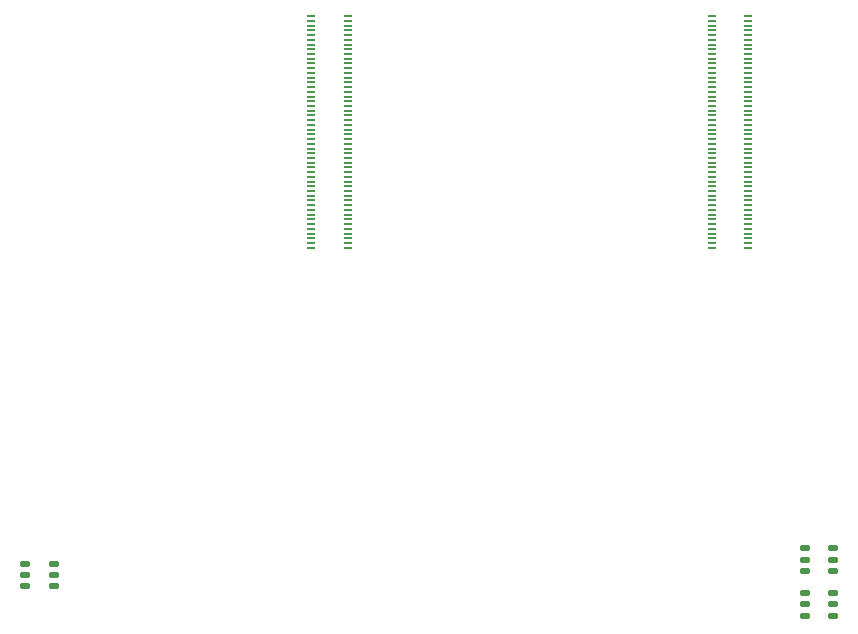
<source format=gtp>
%TF.GenerationSoftware,KiCad,Pcbnew,7.0.9*%
%TF.CreationDate,2023-12-29T02:13:22+01:00*%
%TF.ProjectId,bohlebots-rpi-cm4-carrier,626f686c-6562-46f7-9473-2d7270692d63,v01*%
%TF.SameCoordinates,Original*%
%TF.FileFunction,Paste,Top*%
%TF.FilePolarity,Positive*%
%FSLAX46Y46*%
G04 Gerber Fmt 4.6, Leading zero omitted, Abs format (unit mm)*
G04 Created by KiCad (PCBNEW 7.0.9) date 2023-12-29 02:13:22*
%MOMM*%
%LPD*%
G01*
G04 APERTURE LIST*
G04 Aperture macros list*
%AMRoundRect*
0 Rectangle with rounded corners*
0 $1 Rounding radius*
0 $2 $3 $4 $5 $6 $7 $8 $9 X,Y pos of 4 corners*
0 Add a 4 corners polygon primitive as box body*
4,1,4,$2,$3,$4,$5,$6,$7,$8,$9,$2,$3,0*
0 Add four circle primitives for the rounded corners*
1,1,$1+$1,$2,$3*
1,1,$1+$1,$4,$5*
1,1,$1+$1,$6,$7*
1,1,$1+$1,$8,$9*
0 Add four rect primitives between the rounded corners*
20,1,$1+$1,$2,$3,$4,$5,0*
20,1,$1+$1,$4,$5,$6,$7,0*
20,1,$1+$1,$6,$7,$8,$9,0*
20,1,$1+$1,$8,$9,$2,$3,0*%
G04 Aperture macros list end*
%ADD10R,0.700000X0.200000*%
%ADD11RoundRect,0.137500X-0.262500X0.137500X-0.262500X-0.137500X0.262500X-0.137500X0.262500X0.137500X0*%
%ADD12RoundRect,0.137500X0.262500X-0.137500X0.262500X0.137500X-0.262500X0.137500X-0.262500X-0.137500X0*%
G04 APERTURE END LIST*
D10*
%TO.C,U1*%
X124000000Y-77800000D03*
X120920000Y-77800000D03*
X124000000Y-77400000D03*
X120920000Y-77400000D03*
X124000000Y-77000000D03*
X120920000Y-77000000D03*
X124000000Y-76600000D03*
X120920000Y-76600000D03*
X124000000Y-76200000D03*
X120920000Y-76200000D03*
X124000000Y-75800000D03*
X120920000Y-75800000D03*
X124000000Y-75400000D03*
X120920000Y-75400000D03*
X124000000Y-75000000D03*
X120920000Y-75000000D03*
X124000000Y-74600000D03*
X120920000Y-74600000D03*
X124000000Y-74200000D03*
X120920000Y-74200000D03*
X124000000Y-73800000D03*
X120920000Y-73800000D03*
X124000000Y-73400000D03*
X120920000Y-73400000D03*
X124000000Y-73000000D03*
X120920000Y-73000000D03*
X124000000Y-72600000D03*
X120920000Y-72600000D03*
X124000000Y-72200000D03*
X120920000Y-72200000D03*
X124000000Y-71800000D03*
X120920000Y-71800000D03*
X124000000Y-71400000D03*
X120920000Y-71400000D03*
X124000000Y-71000000D03*
X120920000Y-71000000D03*
X124000000Y-70600000D03*
X120920000Y-70600000D03*
X124000000Y-70200000D03*
X120920000Y-70200000D03*
X124000000Y-69800000D03*
X120920000Y-69800000D03*
X124000000Y-69400000D03*
X120920000Y-69400000D03*
X124000000Y-69000000D03*
X120920000Y-69000000D03*
X124000000Y-68600000D03*
X120920000Y-68600000D03*
X124000000Y-68200000D03*
X120920000Y-68200000D03*
X124000000Y-67800000D03*
X120920000Y-67800000D03*
X124000000Y-67400000D03*
X120920000Y-67400000D03*
X124000000Y-67000000D03*
X120920000Y-67000000D03*
X124000000Y-66600000D03*
X120920000Y-66600000D03*
X124000000Y-66200000D03*
X120920000Y-66200000D03*
X124000000Y-65800000D03*
X120920000Y-65800000D03*
X124000000Y-65400000D03*
X120920000Y-65400000D03*
X124000000Y-65000000D03*
X120920000Y-65000000D03*
X124000000Y-64600000D03*
X120920000Y-64600000D03*
X124000000Y-64200000D03*
X120920000Y-64200000D03*
X124000000Y-63800000D03*
X120920000Y-63800000D03*
X124000000Y-63400000D03*
X120920000Y-63400000D03*
X124000000Y-63000000D03*
X120920000Y-63000000D03*
X124000000Y-62600000D03*
X120920000Y-62600000D03*
X124000000Y-62200000D03*
X120920000Y-62200000D03*
X124000000Y-61800000D03*
X120920000Y-61800000D03*
X124000000Y-61400000D03*
X120920000Y-61400000D03*
X124000000Y-61000000D03*
X120920000Y-61000000D03*
X124000000Y-60600000D03*
X120920000Y-60600000D03*
X124000000Y-60200000D03*
X120920000Y-60200000D03*
X124000000Y-59800000D03*
X120920000Y-59800000D03*
X124000000Y-59400000D03*
X120920000Y-59400000D03*
X124000000Y-59000000D03*
X120920000Y-59000000D03*
X124000000Y-58600000D03*
X120920000Y-58600000D03*
X124000000Y-58200000D03*
X120920000Y-58200000D03*
X90080000Y-77800000D03*
X87000000Y-77800000D03*
X90080000Y-77400000D03*
X87000000Y-77400000D03*
X90080000Y-77000000D03*
X87000000Y-77000000D03*
X90080000Y-76600000D03*
X87000000Y-76600000D03*
X90080000Y-76200000D03*
X87000000Y-76200000D03*
X90080000Y-75800000D03*
X87000000Y-75800000D03*
X90080000Y-75400000D03*
X87000000Y-75400000D03*
X90080000Y-75000000D03*
X87000000Y-75000000D03*
X90080000Y-74600000D03*
X87000000Y-74600000D03*
X90080000Y-74200000D03*
X87000000Y-74200000D03*
X90080000Y-73800000D03*
X87000000Y-73800000D03*
X90080000Y-73400000D03*
X87000000Y-73400000D03*
X90080000Y-73000000D03*
X87000000Y-73000000D03*
X90080000Y-72600000D03*
X87000000Y-72600000D03*
X90080000Y-72200000D03*
X87000000Y-72200000D03*
X90080000Y-71800000D03*
X87000000Y-71800000D03*
X90080000Y-71400000D03*
X87000000Y-71400000D03*
X90080000Y-71000000D03*
X87000000Y-71000000D03*
X90080000Y-70600000D03*
X87000000Y-70600000D03*
X90080000Y-70200000D03*
X87000000Y-70200000D03*
X90080000Y-69800000D03*
X87000000Y-69800000D03*
X90080000Y-69400000D03*
X87000000Y-69400000D03*
X90080000Y-69000000D03*
X87000000Y-69000000D03*
X90080000Y-68600000D03*
X87000000Y-68600000D03*
X90080000Y-68200000D03*
X87000000Y-68200000D03*
X90080000Y-67800000D03*
X87000000Y-67800000D03*
X90080000Y-67400000D03*
X87000000Y-67400000D03*
X90080000Y-67000000D03*
X87000000Y-67000000D03*
X90080000Y-66600000D03*
X87000000Y-66600000D03*
X90080000Y-66200000D03*
X87000000Y-66200000D03*
X90080000Y-65800000D03*
X87000000Y-65800000D03*
X90080000Y-65400000D03*
X87000000Y-65400000D03*
X90080000Y-65000000D03*
X87000000Y-65000000D03*
X90080000Y-64600000D03*
X87000000Y-64600000D03*
X90080000Y-64200000D03*
X87000000Y-64200000D03*
X90080000Y-63800000D03*
X87000000Y-63800000D03*
X90080000Y-63400000D03*
X87000000Y-63400000D03*
X90080000Y-63000000D03*
X87000000Y-63000000D03*
X90080000Y-62600000D03*
X87000000Y-62600000D03*
X90080000Y-62200000D03*
X87000000Y-62200000D03*
X90080000Y-61800000D03*
X87000000Y-61800000D03*
X90080000Y-61400000D03*
X87000000Y-61400000D03*
X90080000Y-61000000D03*
X87000000Y-61000000D03*
X90080000Y-60600000D03*
X87000000Y-60600000D03*
X90080000Y-60200000D03*
X87000000Y-60200000D03*
X90080000Y-59800000D03*
X87000000Y-59800000D03*
X90080000Y-59400000D03*
X87000000Y-59400000D03*
X90080000Y-59000000D03*
X87000000Y-59000000D03*
X90080000Y-58600000D03*
X87000000Y-58600000D03*
X90080000Y-58200000D03*
X87000000Y-58200000D03*
%TD*%
D11*
%TO.C,U3*%
X131200000Y-108950000D03*
X131200000Y-108000000D03*
X131200000Y-107050000D03*
X128800000Y-107050000D03*
X128800000Y-108000000D03*
X128800000Y-108950000D03*
%TD*%
%TO.C,U5*%
X65170000Y-106450000D03*
X65170000Y-105500000D03*
X65170000Y-104550000D03*
X62770000Y-104550000D03*
X62770000Y-105500000D03*
X62770000Y-106450000D03*
%TD*%
D12*
%TO.C,U4*%
X128800000Y-103250000D03*
X128800000Y-104200000D03*
X128800000Y-105150000D03*
X131200000Y-105150000D03*
X131200000Y-104200000D03*
X131200000Y-103250000D03*
%TD*%
M02*

</source>
